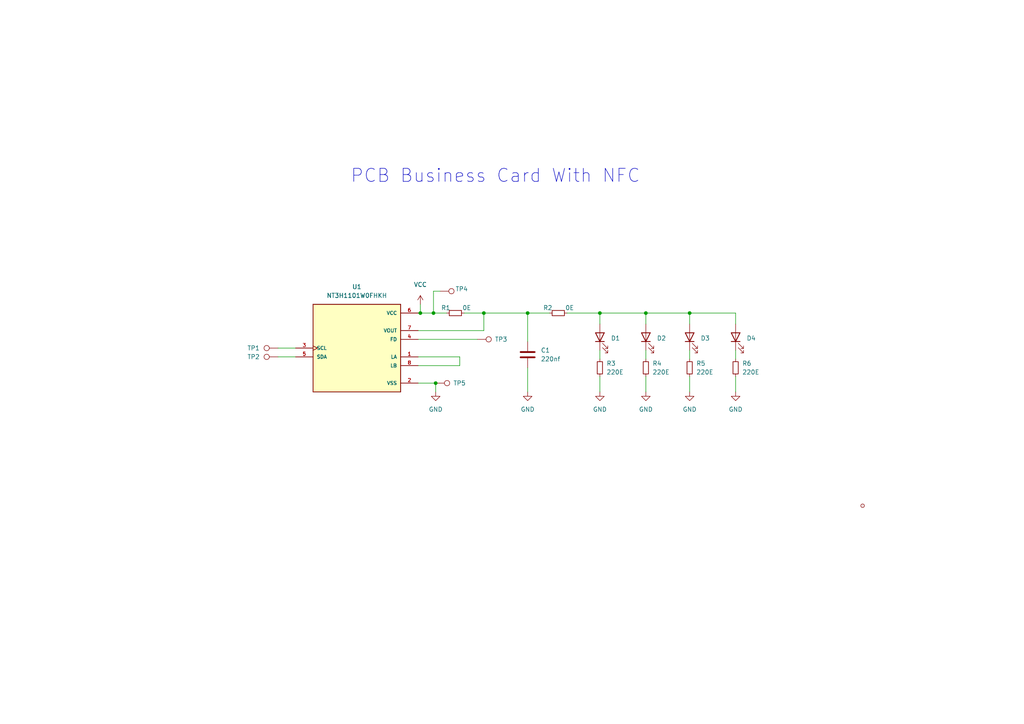
<source format=kicad_sch>
(kicad_sch (version 20211123) (generator eeschema)
  (paper "A4")
  (lib_symbols
    (symbol "Connector:TestPoint" (pin_numbers hide) (pin_names (offset 0.762) hide)
      (property "Reference" "TP" (at 0 6.858 0))
      (property "Value" "TestPoint" (at 0 5.08 0))
      (symbol "TestPoint_0_1"
        (circle (center 0 3.302) (radius 0.762))
      )
      (symbol "TestPoint_1_1"
        (pin passive line (at 0 0 90) (length 2.54) (name "1") (number "1"))
      )
    )
    (symbol "Connector:TestPoint_Small" (pin_numbers hide) (pin_names (offset 0.762) hide)
      (property "Reference" "TP" (at 0 3.81 0))
      (property "Value" "TestPoint_Small" (at 0 2.032 0))
      (symbol "TestPoint_Small_0_1"
        (circle (center 0 0) (radius 0.508))
      )
      (symbol "TestPoint_Small_1_1"
        (pin passive line (at 0 0 90) (length 0) (name "1") (number "1"))
      )
    )
    (symbol "Device:C" (pin_numbers hide) (pin_names (offset 0.254))
      (property "Reference" "C" (at 0.635 2.54 0))
      (property "Value" "C" (at 0.635 -2.54 0))
      (symbol "C_0_1"
        (polyline (pts (xy -2.032 -0.762) (xy 2.032 -0.762)) (stroke (width 0.508)))
        (polyline (pts (xy -2.032 0.762) (xy 2.032 0.762)) (stroke (width 0.508)))
      )
      (symbol "C_1_1"
        (pin passive line (at 0 3.81 270) (length 2.794) (name "~") (number "1"))
        (pin passive line (at 0 -3.81 90) (length 2.794) (name "~") (number "2"))
      )
    )
    (symbol "Device:LED" (pin_numbers hide) (pin_names (offset 1.016) hide)
      (property "Reference" "D" (at 0 2.54 0))
      (property "Value" "LED" (at 0 -2.54 0))
      (symbol "LED_0_1"
        (polyline (pts (xy -1.27 -1.27) (xy -1.27 1.27)) (stroke (width 0.254)))
        (polyline (pts (xy -1.27 0) (xy 1.27 0)))
        (polyline (pts (xy 1.27 -1.27) (xy 1.27 1.27) (xy -1.27 0) (xy 1.27 -1.27)) (stroke (width 0.254)))
        (polyline (pts (xy -3.048 -0.762) (xy -4.572 -2.286) (xy -3.81 -2.286) (xy -4.572 -2.286) (xy -4.572 -1.524)))
        (polyline (pts (xy -1.778 -0.762) (xy -3.302 -2.286) (xy -2.54 -2.286) (xy -3.302 -2.286) (xy -3.302 -1.524)))
      )
      (symbol "LED_1_1"
        (pin passive line (at -3.81 0 0) (length 2.54) (name "K") (number "1"))
        (pin passive line (at 3.81 0 180) (length 2.54) (name "A") (number "2"))
      )
    )
    (symbol "Device:R_Small" (pin_numbers hide) (pin_names (offset 0.254) hide)
      (property "Reference" "R" (at 0.762 0.508 0))
      (property "Value" "R_Small" (at 0.762 -1.016 0))
      (symbol "R_Small_0_1"
        (rectangle (start -0.762 1.778) (end 0.762 -1.778) (stroke (width 0.2032)))
      )
      (symbol "R_Small_1_1"
        (pin passive line (at 0 2.54 270) (length 0.762) (name "~") (number "1"))
        (pin passive line (at 0 -2.54 90) (length 0.762) (name "~") (number "2"))
      )
    )
    (symbol "NT3H1101W0FHKH:NT3H1101W0FHKH" (pin_names (offset 1.016))
      (property "Reference" "U" (at -12.7 13.462 0))
      (property "Value" "NT3H1101W0FHKH" (at -12.7 -15.24 0))
      (symbol "NT3H1101W0FHKH_0_0"
        (rectangle (start -12.7 -12.7) (end 12.7 12.7) (stroke (width 0.254)) (fill (type background)))
        (pin bidirectional line (at 17.78 -2.54 180) (length 5.08) (name "LA") (number "1"))
        (pin power_in line (at 17.78 -10.16 180) (length 5.08) (name "VSS") (number "2"))
        (pin input clock (at -17.78 0 0) (length 5.08) (name "SCL") (number "3"))
        (pin output line (at 17.78 2.54 180) (length 5.08) (name "FD") (number "4"))
        (pin bidirectional line (at -17.78 -2.54 0) (length 5.08) (name "SDA") (number "5"))
        (pin power_in line (at 17.78 10.16 180) (length 5.08) (name "VCC") (number "6"))
        (pin output line (at 17.78 5.08 180) (length 5.08) (name "VOUT") (number "7"))
        (pin bidirectional line (at 17.78 -5.08 180) (length 5.08) (name "LB") (number "8"))
      )
    )
    (symbol "power:GND" (power) (pin_names (offset 0))
      (property "Value" "GND" (at 0 -3.81 0))
      (symbol "GND_0_1"
        (polyline (pts (xy 0 0) (xy 0 -1.27) (xy 1.27 -1.27) (xy 0 -2.54) (xy -1.27 -1.27) (xy 0 -1.27)))
      )
      (symbol "GND_1_1"
        (pin power_in line (at 0 0 270) (length 0) hide (name "GND") (number "1"))
      )
    )
    (symbol "power:VCC" (power) (pin_names (offset 0))
      (property "Value" "VCC" (at 0 3.81 0))
      (symbol "VCC_0_1"
        (polyline (pts (xy -0.762 1.27) (xy 0 2.54)))
        (polyline (pts (xy 0 0) (xy 0 2.54)))
        (polyline (pts (xy 0 2.54) (xy 0.762 1.27)))
      )
      (symbol "VCC_1_1"
        (pin power_in line (at 0 0 90) (length 0) hide (name "VCC") (number "1"))
      )
    )
  )
  (junction (at 173.99 90.805))
  (junction (at 126.365 111.125))
  (junction (at 140.335 90.805))
  (junction (at 153.035 90.805))
  (junction (at 125.73 90.805))
  (junction (at 200.025 90.805))
  (junction (at 187.325 90.805))
  (junction (at 121.92 90.805))
  (wire (pts (xy 187.325 90.805) (xy 187.325 93.98)))
  (wire (pts (xy 80.645 103.505) (xy 85.725 103.505)))
  (wire (pts (xy 121.285 103.505) (xy 133.35 103.505)))
  (wire (pts (xy 173.99 90.805) (xy 173.99 93.98)))
  (wire (pts (xy 121.92 90.805) (xy 125.73 90.805)))
  (wire (pts (xy 213.36 93.98) (xy 213.36 90.805)))
  (wire (pts (xy 173.99 101.6) (xy 173.99 104.14)))
  (wire (pts (xy 126.365 111.125) (xy 126.365 113.665)))
  (wire (pts (xy 187.325 101.6) (xy 187.325 104.14)))
  (wire (pts (xy 213.36 109.22) (xy 213.36 113.665)))
  (wire (pts (xy 200.025 109.22) (xy 200.025 113.665)))
  (wire (pts (xy 125.73 84.455) (xy 125.73 90.805)))
  (wire (pts (xy 153.035 90.805) (xy 153.035 99.06)))
  (wire (pts (xy 200.025 90.805) (xy 187.325 90.805)))
  (wire (pts (xy 125.73 90.805) (xy 129.54 90.805)))
  (wire (pts (xy 133.35 103.505) (xy 133.35 106.045)))
  (wire (pts (xy 187.325 90.805) (xy 173.99 90.805)))
  (wire (pts (xy 140.335 90.805) (xy 153.035 90.805)))
  (wire (pts (xy 140.335 95.885) (xy 140.335 90.805)))
  (wire (pts (xy 200.025 101.6) (xy 200.025 104.14)))
  (wire (pts (xy 121.92 88.265) (xy 121.92 90.805)))
  (wire (pts (xy 200.025 90.805) (xy 200.025 93.98)))
  (wire (pts (xy 127.635 84.455) (xy 125.73 84.455)))
  (wire (pts (xy 121.285 95.885) (xy 140.335 95.885)))
  (wire (pts (xy 213.36 101.6) (xy 213.36 104.14)))
  (wire (pts (xy 121.285 98.425) (xy 138.43 98.425)))
  (wire (pts (xy 121.285 90.805) (xy 121.92 90.805)))
  (wire (pts (xy 80.645 100.965) (xy 85.725 100.965)))
  (wire (pts (xy 153.035 106.68) (xy 153.035 113.665)))
  (wire (pts (xy 187.325 109.22) (xy 187.325 113.665)))
  (wire (pts (xy 133.35 106.045) (xy 121.285 106.045)))
  (wire (pts (xy 153.035 90.805) (xy 159.385 90.805)))
  (wire (pts (xy 173.99 109.22) (xy 173.99 113.665)))
  (wire (pts (xy 134.62 90.805) (xy 140.335 90.805)))
  (wire (pts (xy 164.465 90.805) (xy 173.99 90.805)))
  (wire (pts (xy 213.36 90.805) (xy 200.025 90.805)))
  (wire (pts (xy 121.285 111.125) (xy 126.365 111.125)))
  (text "PCB Business Card With NFC" (at 101.6 53.34 0) (effects (font (size 3.81 3.81)) (justify left bottom)))
  (symbol (lib_id "Connector:TestPoint_Small") (at 250.19 146.685 0) (unit 1)
    (property "Reference" "TP6" (effects hide))
    (property "Value" "TestPoint_Small" (effects hide))
  )
  (symbol (lib_id "power:GND") (at 126.365 113.665 0) (unit 1)
    (property "Reference" "#PWR01" (effects hide))
    (property "Value" "GND" (at 126.365 118.745 0))
  )
  (symbol (lib_id "power:GND") (at 187.325 113.665 0) (unit 1)
    (property "Reference" "#PWR04" (effects hide))
    (property "Value" "GND" (at 187.325 118.745 0))
  )
  (symbol (lib_id "power:GND") (at 173.99 113.665 0) (unit 1)
    (property "Reference" "#PWR03" (effects hide))
    (property "Value" "GND" (at 173.99 118.745 0))
  )
  (symbol (lib_id "Device:C") (at 153.035 102.87 0) (unit 1)
    (property "Reference" "C1" (at 156.845 101.5999 0) (effects (justify left)))
    (property "Value" "220nf" (at 156.845 104.1399 0) (effects (justify left)))
    (property "Footprint" "Capacitor_SMD:C_0402_1005Metric" (effects hide))
  )
  (symbol (lib_id "NT3H1101W0FHKH:NT3H1101W0FHKH") (at 103.505 100.965 0) (unit 1)
    (property "Reference" "U1" (at 103.505 83.185 0))
    (property "Value" "NT3H1101W0FHKH" (at 103.505 85.725 0))
    (property "Footprint" "Shawn_PCB_Business_card:IC_NT3H1101W0FHKH" (effects hide))
    (property "MANUFACTURER" "NXP" (effects hide))
    (property "SNAPEDA_PACKAGE_ID" "7291" (effects hide))
    (property "STANDARD" "Manufacturer Recommendations" (effects hide))
    (property "PARTREV" "3.3" (effects hide))
    (property "MAXIMUM_PACKAGE_HEIGHT" "0.5mm" (effects hide))
  )
  (symbol (lib_id "Device:R_Small") (at 173.99 106.68 0) (unit 1)
    (property "Reference" "R3" (at 175.895 105.4099 0) (effects (justify left)))
    (property "Value" "220E" (at 175.895 107.9499 0) (effects (justify left)))
    (property "Footprint" "Resistor_SMD:R_0402_1005Metric" (effects hide))
  )
  (symbol (lib_id "Device:LED") (at 213.36 97.79 90) (unit 1)
    (property "Reference" "D4" (at 216.535 98.1074 90) (effects (justify right)))
    (property "Value" "LED" (effects hide))
    (property "Footprint" "LED_SMD:LED_0402_1005Metric" (effects hide))
  )
  (symbol (lib_id "power:VCC") (at 121.92 88.265 0) (unit 1)
    (property "Reference" "#PWR0101" (effects hide))
    (property "Value" "VCC" (at 121.92 82.55 0))
  )
  (symbol (lib_id "Device:R_Small") (at 132.08 90.805 90) (unit 1)
    (property "Reference" "R1" (at 129.286 89.281 90))
    (property "Value" "0E" (at 135.382 89.281 90))
    (property "Footprint" "Resistor_SMD:R_0402_1005Metric" (effects hide))
  )
  (symbol (lib_id "power:GND") (at 200.025 113.665 0) (unit 1)
    (property "Reference" "#PWR05" (effects hide))
    (property "Value" "GND" (at 200.025 118.745 0))
  )
  (symbol (lib_id "Connector:TestPoint") (at 80.645 103.505 90) (unit 1)
    (property "Reference" "TP2" (at 73.533 103.505 90))
    (property "Value" "TestPoint" (effects hide))
    (property "Footprint" "TestPoint:TestPoint_Pad_D1.0mm" (effects hide))
  )
  (symbol (lib_id "Device:R_Small") (at 161.925 90.805 90) (unit 1)
    (property "Reference" "R2" (at 158.877 89.281 90))
    (property "Value" "0E" (at 165.227 89.281 90))
    (property "Footprint" "Resistor_SMD:R_0402_1005Metric" (effects hide))
  )
  (symbol (lib_id "power:GND") (at 153.035 113.665 0) (unit 1)
    (property "Reference" "#PWR07" (effects hide))
    (property "Value" "GND" (at 153.035 118.745 0))
  )
  (symbol (lib_id "Connector:TestPoint") (at 127.635 84.455 270) (unit 1)
    (property "Reference" "TP4" (at 132.08 83.82 90) (effects (justify left)))
    (property "Value" "TestPoint" (effects hide))
    (property "Footprint" "TestPoint:TestPoint_Pad_D1.0mm" (effects hide))
  )
  (symbol (lib_id "Device:R_Small") (at 200.025 106.68 0) (unit 1)
    (property "Reference" "R5" (at 201.93 105.4099 0) (effects (justify left)))
    (property "Value" "220E" (at 201.93 107.9499 0) (effects (justify left)))
    (property "Footprint" "Resistor_SMD:R_0402_1005Metric" (effects hide))
  )
  (symbol (lib_id "Device:LED") (at 173.99 97.79 90) (unit 1)
    (property "Reference" "D1" (at 177.165 98.1074 90) (effects (justify right)))
    (property "Value" "LED" (effects hide))
    (property "Footprint" "LED_SMD:LED_0402_1005Metric" (effects hide))
  )
  (symbol (lib_id "Connector:TestPoint") (at 138.43 98.425 270) (unit 1)
    (property "Reference" "TP3" (at 143.51 98.425 90) (effects (justify left)))
    (property "Value" "TestPoint" (effects hide))
    (property "Footprint" "TestPoint:TestPoint_Pad_D1.0mm" (effects hide))
  )
  (symbol (lib_id "Device:R_Small") (at 213.36 106.68 0) (unit 1)
    (property "Reference" "R6" (at 215.265 105.4099 0) (effects (justify left)))
    (property "Value" "220E" (at 215.265 107.9499 0) (effects (justify left)))
    (property "Footprint" "Resistor_SMD:R_0402_1005Metric" (effects hide))
  )
  (symbol (lib_id "Device:LED") (at 200.025 97.79 90) (unit 1)
    (property "Reference" "D3" (at 203.2 98.1074 90) (effects (justify right)))
    (property "Value" "LED" (effects hide))
    (property "Footprint" "LED_SMD:LED_0402_1005Metric" (effects hide))
  )
  (symbol (lib_id "Connector:TestPoint") (at 126.365 111.125 270) (unit 1)
    (property "Reference" "TP5" (at 131.445 111.125 90) (effects (justify left)))
    (property "Value" "TestPoint" (effects hide))
    (property "Footprint" "TestPoint:TestPoint_Pad_D1.0mm" (effects hide))
  )
  (symbol (lib_id "Device:LED") (at 187.325 97.79 90) (unit 1)
    (property "Reference" "D2" (at 190.5 98.1074 90) (effects (justify right)))
    (property "Value" "LED" (effects hide))
    (property "Footprint" "LED_SMD:LED_0402_1005Metric" (effects hide))
  )
  (symbol (lib_id "Device:R_Small") (at 187.325 106.68 0) (unit 1)
    (property "Reference" "R4" (at 189.23 105.4099 0) (effects (justify left)))
    (property "Value" "220E" (at 189.23 107.9499 0) (effects (justify left)))
    (property "Footprint" "Resistor_SMD:R_0402_1005Metric" (effects hide))
  )
  (symbol (lib_id "Connector:TestPoint") (at 80.645 100.965 90) (unit 1)
    (property "Reference" "TP1" (at 73.533 100.965 90))
    (property "Value" "TestPoint" (effects hide))
    (property "Footprint" "TestPoint:TestPoint_Pad_D1.0mm" (effects hide))
  )
  (symbol (lib_id "power:GND") (at 213.36 113.665 0) (unit 1)
    (property "Reference" "#PWR06" (effects hide))
    (property "Value" "GND" (at 213.36 118.745 0))
  )
)
</source>
